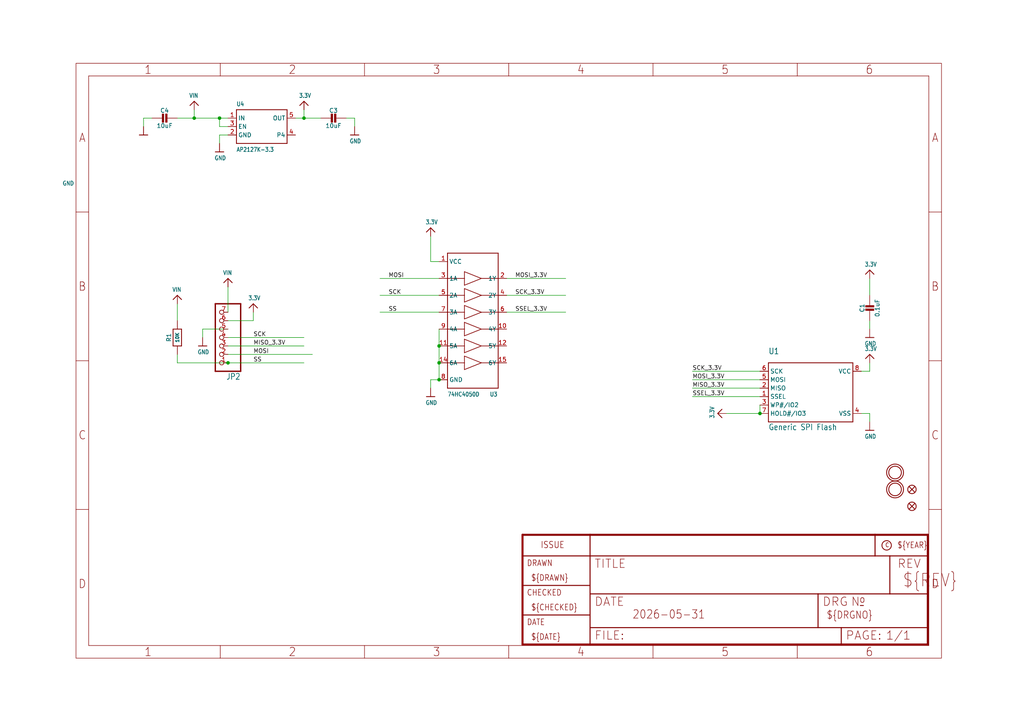
<source format=kicad_sch>
(kicad_sch (version 20230121) (generator eeschema)
  (paper "User" 308.026 217.322)
  (lib_symbols
    (symbol "working-eagle-import:3.3V" (power)
      (property "Value" "3.3V" (at -1.524 1.016 0))
      (symbol "3.3V_1_0"
        (polyline (pts (xy -1.27 -1.27) (xy 0 0)) (stroke (width 0.254)))
        (polyline (pts (xy 0 0) (xy 1.27 -1.27)) (stroke (width 0.254)))
        (pin power_in line (at 0 -2.54 90) (length 2.54) (name "3.3V") (number "1"))
      )
    )
    (symbol "working-eagle-import:74HC4050DTSSOP"
      (property "Reference" "U" (at -7.62 22.86 0))
      (symbol "74HC4050DTSSOP_1_0"
        (polyline (pts (xy -7.62 -20.32) (xy -7.62 20.32)) (stroke (width 0.254)))
        (polyline (pts (xy -7.62 -12.7) (xy -2.54 -12.7)) (stroke (width 0.2032)))
        (polyline (pts (xy -7.62 -7.62) (xy -2.54 -7.62)) (stroke (width 0.2032)))
        (polyline (pts (xy -7.62 -2.54) (xy -2.54 -2.54)) (stroke (width 0.2032)))
        (polyline (pts (xy -7.62 2.54) (xy -2.54 2.54)) (stroke (width 0.2032)))
        (polyline (pts (xy -7.62 7.62) (xy -2.54 7.62)) (stroke (width 0.2032)))
        (polyline (pts (xy -7.62 12.7) (xy -2.54 12.7)) (stroke (width 0.2032)))
        (polyline (pts (xy -7.62 20.32) (xy 7.62 20.32)) (stroke (width 0.254)))
        (polyline (pts (xy -2.54 -14.732) (xy -2.54 -12.7)) (stroke (width 0.2032)))
        (polyline (pts (xy -2.54 -14.732) (xy 2.54 -12.7)) (stroke (width 0.2032)))
        (polyline (pts (xy -2.54 -12.7) (xy -2.54 -10.668)) (stroke (width 0.2032)))
        (polyline (pts (xy -2.54 -9.652) (xy -2.54 -7.62)) (stroke (width 0.2032)))
        (polyline (pts (xy -2.54 -9.652) (xy 2.54 -7.62)) (stroke (width 0.2032)))
        (polyline (pts (xy -2.54 -7.62) (xy -2.54 -5.588)) (stroke (width 0.2032)))
        (polyline (pts (xy -2.54 -4.572) (xy -2.54 -2.54)) (stroke (width 0.2032)))
        (polyline (pts (xy -2.54 -4.572) (xy 2.54 -2.54)) (stroke (width 0.2032)))
        (polyline (pts (xy -2.54 -2.54) (xy -2.54 -0.508)) (stroke (width 0.2032)))
        (polyline (pts (xy -2.54 0.508) (xy -2.54 2.54)) (stroke (width 0.2032)))
        (polyline (pts (xy -2.54 0.508) (xy 2.54 2.54)) (stroke (width 0.2032)))
        (polyline (pts (xy -2.54 2.54) (xy -2.54 4.572)) (stroke (width 0.2032)))
        (polyline (pts (xy -2.54 5.588) (xy -2.54 7.62)) (stroke (width 0.2032)))
        (polyline (pts (xy -2.54 5.588) (xy 2.54 7.62)) (stroke (width 0.2032)))
        (polyline (pts (xy -2.54 7.62) (xy -2.54 9.652)) (stroke (width 0.2032)))
        (polyline (pts (xy -2.54 10.668) (xy -2.54 12.7)) (stroke (width 0.2032)))
        (polyline (pts (xy -2.54 10.668) (xy 2.54 12.7)) (stroke (width 0.2032)))
        (polyline (pts (xy -2.54 12.7) (xy -2.54 14.732)) (stroke (width 0.2032)))
        (polyline (pts (xy 2.54 -12.7) (xy -2.54 -10.668)) (stroke (width 0.2032)))
        (polyline (pts (xy 2.54 -12.7) (xy 7.62 -12.7)) (stroke (width 0.2032)))
        (polyline (pts (xy 2.54 -7.62) (xy -2.54 -5.588)) (stroke (width 0.2032)))
        (polyline (pts (xy 2.54 -7.62) (xy 7.62 -7.62)) (stroke (width 0.2032)))
        (polyline (pts (xy 2.54 -2.54) (xy -2.54 -0.508)) (stroke (width 0.2032)))
        (polyline (pts (xy 2.54 -2.54) (xy 7.62 -2.54)) (stroke (width 0.2032)))
        (polyline (pts (xy 2.54 2.54) (xy -2.54 4.572)) (stroke (width 0.2032)))
        (polyline (pts (xy 2.54 2.54) (xy 7.62 2.54)) (stroke (width 0.2032)))
        (polyline (pts (xy 2.54 7.62) (xy -2.54 9.652)) (stroke (width 0.2032)))
        (polyline (pts (xy 2.54 7.62) (xy 7.62 7.62)) (stroke (width 0.2032)))
        (polyline (pts (xy 2.54 12.7) (xy -2.54 14.732)) (stroke (width 0.2032)))
        (polyline (pts (xy 2.54 12.7) (xy 7.62 12.7)) (stroke (width 0.2032)))
        (polyline (pts (xy 7.62 -20.32) (xy -7.62 -20.32)) (stroke (width 0.254)))
        (polyline (pts (xy 7.62 12.7) (xy 7.62 -20.32)) (stroke (width 0.254)))
        (polyline (pts (xy 7.62 20.32) (xy 7.62 12.7)) (stroke (width 0.254)))
        (pin bidirectional line (at -10.16 17.78 0) (length 2.54) (name "VCC") (number "1"))
        (pin bidirectional line (at 10.16 -2.54 180) (length 2.54) (name "4Y") (number "10"))
        (pin bidirectional line (at -10.16 -7.62 0) (length 2.54) (name "5A") (number "11"))
        (pin bidirectional line (at 10.16 -7.62 180) (length 2.54) (name "5Y") (number "12"))
        (pin bidirectional line (at -10.16 -12.7 0) (length 2.54) (name "6A") (number "14"))
        (pin bidirectional line (at 10.16 -12.7 180) (length 2.54) (name "6Y") (number "15"))
        (pin bidirectional line (at 10.16 12.7 180) (length 2.54) (name "1Y") (number "2"))
        (pin bidirectional line (at -10.16 12.7 0) (length 2.54) (name "1A") (number "3"))
        (pin bidirectional line (at 10.16 7.62 180) (length 2.54) (name "2Y") (number "4"))
        (pin bidirectional line (at -10.16 7.62 0) (length 2.54) (name "2A") (number "5"))
        (pin bidirectional line (at 10.16 2.54 180) (length 2.54) (name "3Y") (number "6"))
        (pin bidirectional line (at -10.16 2.54 0) (length 2.54) (name "3A") (number "7"))
        (pin bidirectional line (at -10.16 -17.78 0) (length 2.54) (name "GND") (number "8"))
        (pin bidirectional line (at -10.16 -2.54 0) (length 2.54) (name "4A") (number "9"))
      )
    )
    (symbol "working-eagle-import:CAP_CERAMIC0603_NO"
      (property "Reference" "C" (at -2.29 1.25 90))
      (symbol "CAP_CERAMIC0603_NO_1_0"
        (rectangle (start -1.27 0.508) (end 1.27 1.016) (fill (type outline)))
        (rectangle (start -1.27 1.524) (end 1.27 2.032) (fill (type outline)))
        (polyline (pts (xy 0 0.762) (xy 0 0)) (stroke (width 0.1524)))
        (polyline (pts (xy 0 2.54) (xy 0 1.778)) (stroke (width 0.1524)))
        (pin passive line (at 0 5.08 270) (length 2.54) (name "1") (number "1"))
        (pin passive line (at 0 -2.54 90) (length 2.54) (name "2") (number "2"))
      )
    )
    (symbol "working-eagle-import:CAP_CERAMIC0805-NOOUTLINE"
      (property "Reference" "C" (at -2.29 1.25 90))
      (symbol "CAP_CERAMIC0805-NOOUTLINE_1_0"
        (rectangle (start -1.27 0.508) (end 1.27 1.016) (fill (type outline)))
        (rectangle (start -1.27 1.524) (end 1.27 2.032) (fill (type outline)))
        (polyline (pts (xy 0 0.762) (xy 0 0)) (stroke (width 0.1524)))
        (polyline (pts (xy 0 2.54) (xy 0 1.778)) (stroke (width 0.1524)))
        (pin passive line (at 0 5.08 270) (length 2.54) (name "1") (number "1"))
        (pin passive line (at 0 -2.54 90) (length 2.54) (name "2") (number "2"))
      )
    )
    (symbol "working-eagle-import:FIDUCIAL_1MM"
      (symbol "FIDUCIAL_1MM_1_0"
        (polyline (pts (xy -0.762 0.762) (xy 0.762 -0.762)) (stroke (width 0.254)))
        (polyline (pts (xy 0.762 0.762) (xy -0.762 -0.762)) (stroke (width 0.254)))
        (circle (center 0 0) (radius 1.27) (stroke (width 0.254)))
      )
    )
    (symbol "working-eagle-import:FRAME_A4"
      (symbol "FRAME_A4_1_0"
        (polyline (pts (xy 0 44.7675) (xy 3.81 44.7675)))
        (polyline (pts (xy 0 89.535) (xy 3.81 89.535)))
        (polyline (pts (xy 0 134.3025) (xy 3.81 134.3025)))
        (polyline (pts (xy 3.81 3.81) (xy 3.81 175.26)))
        (polyline (pts (xy 43.3917 0) (xy 43.3917 3.81)))
        (polyline (pts (xy 43.3917 175.26) (xy 43.3917 179.07)))
        (polyline (pts (xy 86.7833 0) (xy 86.7833 3.81)))
        (polyline (pts (xy 86.7833 175.26) (xy 86.7833 179.07)))
        (polyline (pts (xy 130.175 0) (xy 130.175 3.81)))
        (polyline (pts (xy 130.175 175.26) (xy 130.175 179.07)))
        (polyline (pts (xy 173.5667 0) (xy 173.5667 3.81)))
        (polyline (pts (xy 173.5667 175.26) (xy 173.5667 179.07)))
        (polyline (pts (xy 216.9583 0) (xy 216.9583 3.81)))
        (polyline (pts (xy 216.9583 175.26) (xy 216.9583 179.07)))
        (polyline (pts (xy 256.54 3.81) (xy 3.81 3.81)))
        (polyline (pts (xy 256.54 3.81) (xy 256.54 8.89)) (stroke (width 0.1016)))
        (polyline (pts (xy 256.54 3.81) (xy 256.54 175.26)))
        (polyline (pts (xy 256.54 8.89) (xy 256.54 13.97)) (stroke (width 0.1016)))
        (polyline (pts (xy 256.54 13.97) (xy 256.54 19.05)) (stroke (width 0.1016)))
        (polyline (pts (xy 256.54 19.05) (xy 256.54 36.83)) (stroke (width 0.1016)))
        (polyline (pts (xy 256.54 44.7675) (xy 260.35 44.7675)))
        (polyline (pts (xy 256.54 89.535) (xy 260.35 89.535)))
        (polyline (pts (xy 256.54 134.3025) (xy 260.35 134.3025)))
        (polyline (pts (xy 256.54 175.26) (xy 3.81 175.26)))
        (polyline (pts (xy 0 0) (xy 260.35 0) (xy 260.35 179.07) (xy 0 179.07) (xy 0 0)))
        (text "1" (at 21.6958 1.905 0) (effects (font (size 2.54 2.286))))
        (text "1" (at 21.6958 177.165 0) (effects (font (size 2.54 2.286))))
        (text "2" (at 65.0875 1.905 0) (effects (font (size 2.54 2.286))))
        (text "2" (at 65.0875 177.165 0) (effects (font (size 2.54 2.286))))
        (text "3" (at 108.4792 1.905 0) (effects (font (size 2.54 2.286))))
        (text "3" (at 108.4792 177.165 0) (effects (font (size 2.54 2.286))))
        (text "4" (at 151.8708 1.905 0) (effects (font (size 2.54 2.286))))
        (text "4" (at 151.8708 177.165 0) (effects (font (size 2.54 2.286))))
        (text "5" (at 195.2625 1.905 0) (effects (font (size 2.54 2.286))))
        (text "5" (at 195.2625 177.165 0) (effects (font (size 2.54 2.286))))
        (text "6" (at 238.6542 1.905 0) (effects (font (size 2.54 2.286))))
        (text "6" (at 238.6542 177.165 0) (effects (font (size 2.54 2.286))))
        (text "A" (at 1.905 156.6863 0) (effects (font (size 2.54 2.286))))
        (text "A" (at 258.445 156.6863 0) (effects (font (size 2.54 2.286))))
        (text "B" (at 1.905 111.9188 0) (effects (font (size 2.54 2.286))))
        (text "B" (at 258.445 111.9188 0) (effects (font (size 2.54 2.286))))
        (text "C" (at 1.905 67.1513 0) (effects (font (size 2.54 2.286))))
        (text "C" (at 258.445 67.1513 0) (effects (font (size 2.54 2.286))))
        (text "D" (at 1.905 22.3838 0) (effects (font (size 2.54 2.286))))
        (text "D" (at 258.445 22.3838 0) (effects (font (size 2.54 2.286))))
      )
      (symbol "FRAME_A4_2_0"
        (polyline (pts (xy -0.3048 1.5748) (xy 20.0152 1.5748)) (stroke (width 0.6096)))
        (polyline (pts (xy -0.3048 10.4648) (xy -0.3048 1.5748)) (stroke (width 0.6096)))
        (polyline (pts (xy -0.3048 10.4648) (xy 20.0152 10.4648)) (stroke (width 0.3048)))
        (polyline (pts (xy -0.3048 19.3548) (xy -0.3048 10.4648)) (stroke (width 0.6096)))
        (polyline (pts (xy -0.3048 19.3548) (xy 20.0152 19.3548)) (stroke (width 0.3048)))
        (polyline (pts (xy -0.3048 28.2448) (xy -0.3048 19.3548)) (stroke (width 0.6096)))
        (polyline (pts (xy -0.3048 28.2448) (xy 20.0152 28.2448)) (stroke (width 0.3048)))
        (polyline (pts (xy -0.3048 34.5948) (xy -0.3048 28.2448)) (stroke (width 0.6096)))
        (polyline (pts (xy 20.0152 1.5748) (xy 20.0152 6.6548)) (stroke (width 0.3048)))
        (polyline (pts (xy 20.0152 1.5748) (xy 95.5802 1.5748)) (stroke (width 0.6096)))
        (polyline (pts (xy 20.0152 6.6548) (xy 20.0152 10.4648)) (stroke (width 0.3048)))
        (polyline (pts (xy 20.0152 6.6548) (xy 88.5952 6.6548)) (stroke (width 0.3048)))
        (polyline (pts (xy 20.0152 10.4648) (xy 20.0152 16.8148)) (stroke (width 0.3048)))
        (polyline (pts (xy 20.0152 16.8148) (xy 20.0152 19.3548)) (stroke (width 0.3048)))
        (polyline (pts (xy 20.0152 19.3548) (xy 20.0152 28.2448)) (stroke (width 0.3048)))
        (polyline (pts (xy 20.0152 28.2448) (xy 20.0152 34.5948)) (stroke (width 0.3048)))
        (polyline (pts (xy 20.0152 28.2448) (xy 105.7402 28.2448)) (stroke (width 0.3048)))
        (polyline (pts (xy 20.0152 34.5948) (xy -0.3048 34.5948)) (stroke (width 0.6096)))
        (polyline (pts (xy 88.5952 6.6548) (xy 95.5802 6.6548)) (stroke (width 0.3048)))
        (polyline (pts (xy 88.5952 16.8148) (xy 20.0152 16.8148)) (stroke (width 0.3048)))
        (polyline (pts (xy 88.5952 16.8148) (xy 88.5952 6.6548)) (stroke (width 0.3048)))
        (polyline (pts (xy 95.5802 1.5748) (xy 121.6152 1.5748)) (stroke (width 0.6096)))
        (polyline (pts (xy 95.5802 6.6548) (xy 95.5802 1.5748)) (stroke (width 0.3048)))
        (polyline (pts (xy 95.5802 6.6548) (xy 121.6152 6.6548)) (stroke (width 0.3048)))
        (polyline (pts (xy 101.2952 13.3223) (xy 102.2477 13.3223)) (stroke (width 0.254)))
        (polyline (pts (xy 105.7402 28.2448) (xy 105.7402 34.5948)) (stroke (width 0.3048)))
        (polyline (pts (xy 105.7402 28.2448) (xy 110.1852 28.2448)) (stroke (width 0.3048)))
        (polyline (pts (xy 105.7402 34.5948) (xy 20.0152 34.5948)) (stroke (width 0.6096)))
        (polyline (pts (xy 110.1852 16.8148) (xy 88.5952 16.8148)) (stroke (width 0.3048)))
        (polyline (pts (xy 110.1852 28.2448) (xy 110.1852 16.8148)) (stroke (width 0.3048)))
        (polyline (pts (xy 110.1852 28.2448) (xy 121.6152 28.2448)) (stroke (width 0.3048)))
        (polyline (pts (xy 121.6152 6.6548) (xy 121.6152 1.5748)) (stroke (width 0.6096)))
        (polyline (pts (xy 121.6152 16.8148) (xy 110.1852 16.8148)) (stroke (width 0.3048)))
        (polyline (pts (xy 121.6152 16.8148) (xy 121.6152 6.6548)) (stroke (width 0.6096)))
        (polyline (pts (xy 121.6152 28.2448) (xy 121.6152 16.8148)) (stroke (width 0.6096)))
        (polyline (pts (xy 121.6152 34.5948) (xy 105.7402 34.5948)) (stroke (width 0.6096)))
        (polyline (pts (xy 121.6152 34.5948) (xy 121.6152 28.2448)) (stroke (width 0.6096)))
        (circle (center 109.2327 31.4198) (radius 1.4199) (stroke (width 0.254)))
        (text "${#}/${##}" (at 108.9152 2.8448 0) (effects (font (size 2.54 2.54)) (justify left bottom)))
        (text "${CHECKED}" (at 2.2352 11.7348 0) (effects (font (size 1.778 1.5113)) (justify left bottom)))
        (text "${COMPANY}" (at 23.349 29.6735 0) (effects (font (size 3.175 2.6987) (thickness 0.5397) bold) (justify left bottom)))
        (text "${CURRENT_DATE}" (at 32.7152 9.1948 0) (effects (font (size 2.54 2.159)) (justify left bottom)))
        (text "${DATE}" (at 2.2352 2.8448 0) (effects (font (size 1.778 1.5113)) (justify left bottom)))
        (text "${DRAWN}" (at 2.2352 20.6248 0) (effects (font (size 1.778 1.5113)) (justify left bottom)))
        (text "${DRGNO}" (at 91.1352 9.1948 0) (effects (font (size 2.1844 1.8567)) (justify left bottom)))
        (text "${PROJECTNAME}" (at 33.0327 2.8448 0) (effects (font (size 2.54 2.159)) (justify left bottom)))
        (text "${REV}" (at 113.9952 18.7198 0) (effects (font (size 3.81 3.2385)) (justify left bottom)))
        (text "${YEAR}" (at 112.4077 30.4673 0) (effects (font (size 1.778 1.5113)) (justify left bottom)))
        (text "C" (at 108.7564 30.7848 0) (effects (font (size 1.27 1.0795)) (justify left bottom)))
        (text "CHECKED" (at 0.9652 16.1798 0) (effects (font (size 1.778 1.5113)) (justify left bottom)))
        (text "DATE" (at 0.9652 7.2898 0) (effects (font (size 1.778 1.5113)) (justify left bottom)))
        (text "DATE" (at 21.2852 13.0048 0) (effects (font (size 2.54 2.54)) (justify left bottom)))
        (text "DRAWN" (at 0.9652 25.0698 0) (effects (font (size 1.778 1.5113)) (justify left bottom)))
        (text "DRG" (at 89.8652 13.0048 0) (effects (font (size 2.54 2.54)) (justify left bottom)))
        (text "FILE:" (at 21.2852 2.8448 0) (effects (font (size 2.54 2.54)) (justify left bottom)))
        (text "ISSUE" (at 5.0927 30.4673 0) (effects (font (size 1.9304 1.6408)) (justify left bottom)))
        (text "N" (at 98.4377 13.0048 0) (effects (font (size 2.54 2.54)) (justify left bottom)))
        (text "o" (at 100.9777 13.9573 0) (effects (font (size 2.1844 1.8567)) (justify left bottom)))
        (text "PAGE:" (at 96.8502 2.8448 0) (effects (font (size 2.54 2.54)) (justify left bottom)))
        (text "REV" (at 112.4077 24.4348 0) (effects (font (size 2.54 2.54)) (justify left bottom)))
        (text "TITLE" (at 21.2852 24.4348 0) (effects (font (size 2.54 2.54)) (justify left bottom)))
      )
    )
    (symbol "working-eagle-import:GND" (power)
      (property "Value" "GND" (at -1.524 -2.54 0))
      (symbol "GND_1_0"
        (polyline (pts (xy -1.27 0) (xy 1.27 0)) (stroke (width 0.254)))
        (pin power_in line (at 0 2.54 270) (length 2.54) (name "GND") (number "1"))
      )
    )
    (symbol "working-eagle-import:HEADER-1X770MIL"
      (property "Reference" "JP" (at -6.35 10.795 0))
      (symbol "HEADER-1X770MIL_1_0"
        (polyline (pts (xy -6.35 -10.16) (xy 1.27 -10.16)) (stroke (width 0.4064)))
        (polyline (pts (xy -6.35 10.16) (xy -6.35 -10.16)) (stroke (width 0.4064)))
        (polyline (pts (xy 1.27 -10.16) (xy 1.27 10.16)) (stroke (width 0.4064)))
        (polyline (pts (xy 1.27 10.16) (xy -6.35 10.16)) (stroke (width 0.4064)))
        (pin passive inverted (at -2.54 7.62 0) (length 2.54) (name "1") (number "1"))
        (pin passive inverted (at -2.54 5.08 0) (length 2.54) (name "2") (number "2"))
        (pin passive inverted (at -2.54 2.54 0) (length 2.54) (name "3") (number "3"))
        (pin passive inverted (at -2.54 0 0) (length 2.54) (name "4") (number "4"))
        (pin passive inverted (at -2.54 -2.54 0) (length 2.54) (name "5") (number "5"))
        (pin passive inverted (at -2.54 -5.08 0) (length 2.54) (name "6") (number "6"))
        (pin passive inverted (at -2.54 -7.62 0) (length 2.54) (name "7") (number "7"))
      )
    )
    (symbol "working-eagle-import:MOUNTINGHOLE2.5"
      (symbol "MOUNTINGHOLE2.5_1_0"
        (circle (center 0 0) (radius 1.905) (stroke (width 0.254)))
        (circle (center 0 0) (radius 2.54) (stroke (width 0.254)))
      )
    )
    (symbol "working-eagle-import:RESISTOR_0603_NOOUT"
      (property "Reference" "R" (at 0 2.54 0))
      (symbol "RESISTOR_0603_NOOUT_1_0"
        (polyline (pts (xy -2.54 -1.27) (xy -2.54 1.27)) (stroke (width 0.254)))
        (polyline (pts (xy -2.54 1.27) (xy 2.54 1.27)) (stroke (width 0.254)))
        (polyline (pts (xy 2.54 -1.27) (xy -2.54 -1.27)) (stroke (width 0.254)))
        (polyline (pts (xy 2.54 1.27) (xy 2.54 -1.27)) (stroke (width 0.254)))
        (pin passive line (at -5.08 0 0) (length 2.54) (name "1") (number "1"))
        (pin passive line (at 5.08 0 180) (length 2.54) (name "2") (number "2"))
      )
    )
    (symbol "working-eagle-import:SPIFLASH_8PIN208MIL"
      (property "Reference" "U" (at -12.7 12.7 0))
      (symbol "SPIFLASH_8PIN208MIL_1_0"
        (polyline (pts (xy -12.7 -7.62) (xy -12.7 10.16)) (stroke (width 0.254)))
        (polyline (pts (xy -12.7 10.16) (xy 12.7 10.16)) (stroke (width 0.254)))
        (polyline (pts (xy 12.7 -7.62) (xy -12.7 -7.62)) (stroke (width 0.254)))
        (polyline (pts (xy 12.7 10.16) (xy 12.7 -7.62)) (stroke (width 0.254)))
        (pin bidirectional line (at -15.24 0 0) (length 2.54) (name "SSEL") (number "1"))
        (pin bidirectional line (at -15.24 2.54 0) (length 2.54) (name "MISO") (number "2"))
        (pin bidirectional line (at -15.24 -2.54 0) (length 2.54) (name "WP#/IO2") (number "3"))
        (pin bidirectional line (at 15.24 -5.08 180) (length 2.54) (name "VSS") (number "4"))
        (pin bidirectional line (at -15.24 5.08 0) (length 2.54) (name "MOSI") (number "5"))
        (pin bidirectional line (at -15.24 7.62 0) (length 2.54) (name "SCK") (number "6"))
        (pin bidirectional line (at -15.24 -5.08 0) (length 2.54) (name "HOLD#/IO3") (number "7"))
        (pin bidirectional line (at 15.24 7.62 180) (length 2.54) (name "VCC") (number "8"))
      )
    )
    (symbol "working-eagle-import:VIN" (power)
      (property "Value" "VIN" (at -1.524 1.016 0))
      (symbol "VIN_1_0"
        (polyline (pts (xy -1.27 -1.27) (xy 0 0)) (stroke (width 0.254)))
        (polyline (pts (xy 0 0) (xy 1.27 -1.27)) (stroke (width 0.254)))
        (pin power_in line (at 0 -2.54 90) (length 2.54) (name "VIN") (number "1"))
      )
    )
    (symbol "working-eagle-import:VREG_SOT23-5"
      (property "Reference" "U" (at -7.62 6.096 0))
      (symbol "VREG_SOT23-5_1_0"
        (polyline (pts (xy -7.62 -5.08) (xy -7.62 5.08)) (stroke (width 0.254)))
        (polyline (pts (xy -7.62 5.08) (xy 7.62 5.08)) (stroke (width 0.254)))
        (polyline (pts (xy 7.62 -5.08) (xy -7.62 -5.08)) (stroke (width 0.254)))
        (polyline (pts (xy 7.62 5.08) (xy 7.62 -5.08)) (stroke (width 0.254)))
        (pin power_in line (at -10.16 2.54 0) (length 2.54) (name "IN") (number "1"))
        (pin power_in line (at -10.16 -2.54 0) (length 2.54) (name "GND") (number "2"))
        (pin input line (at -10.16 0 0) (length 2.54) (name "EN") (number "3"))
        (pin bidirectional line (at 10.16 -2.54 180) (length 2.54) (name "P4") (number "4"))
        (pin power_in line (at 10.16 2.54 180) (length 2.54) (name "OUT") (number "5"))
      )
    )
  )
  (junction (at 228.6 124.46))
  (junction (at 58.42 35.56))
  (junction (at 66.04 35.56))
  (junction (at 91.44 35.56))
  (junction (at 132.08 114.3))
  (junction (at 132.08 104.14))
  (junction (at 132.08 109.22))
  (junction (at 68.58 109.22))
  (wire (pts (xy 129.54 78.74) (xy 129.54 71.12)) (stroke (width 0.1524)))
  (wire (pts (xy 68.58 35.56) (xy 66.04 35.56)) (stroke (width 0.1524)))
  (wire (pts (xy 152.4 93.98) (xy 170.18 93.98)) (stroke (width 0.1524)))
  (wire (pts (xy 53.34 96.52) (xy 53.34 91.44)) (stroke (width 0.1524)))
  (wire (pts (xy 132.08 88.9) (xy 114.3 88.9)) (stroke (width 0.1524)))
  (wire (pts (xy 68.58 86.36) (xy 68.58 93.98)) (stroke (width 0.1524)))
  (wire (pts (xy 228.6 111.76) (xy 208.28 111.76)) (stroke (width 0.1524)))
  (wire (pts (xy 68.58 99.06) (xy 60.96 99.06)) (stroke (width 0.1524)))
  (wire (pts (xy 132.08 83.82) (xy 114.3 83.82)) (stroke (width 0.1524)))
  (wire (pts (xy 106.68 35.56) (xy 106.68 38.1)) (stroke (width 0.1524)))
  (wire (pts (xy 261.62 111.76) (xy 261.62 109.22)) (stroke (width 0.1524)))
  (wire (pts (xy 261.62 124.46) (xy 261.62 127)) (stroke (width 0.1524)))
  (wire (pts (xy 104.14 35.56) (xy 106.68 35.56)) (stroke (width 0.1524)))
  (wire (pts (xy 68.58 109.22) (xy 91.44 109.22)) (stroke (width 0.1524)))
  (wire (pts (xy 66.04 38.1) (xy 66.04 35.56)) (stroke (width 0.1524)))
  (wire (pts (xy 132.08 109.22) (xy 132.08 114.3)) (stroke (width 0.1524)))
  (wire (pts (xy 228.6 124.46) (xy 218.44 124.46)) (stroke (width 0.1524)))
  (wire (pts (xy 88.9 35.56) (xy 91.44 35.56)) (stroke (width 0.1524)))
  (wire (pts (xy 60.96 99.06) (xy 60.96 101.6)) (stroke (width 0.1524)))
  (wire (pts (xy 228.6 116.84) (xy 208.28 116.84)) (stroke (width 0.1524)))
  (wire (pts (xy 53.34 109.22) (xy 53.34 106.68)) (stroke (width 0.1524)))
  (wire (pts (xy 132.08 78.74) (xy 129.54 78.74)) (stroke (width 0.1524)))
  (wire (pts (xy 228.6 114.3) (xy 208.28 114.3)) (stroke (width 0.1524)))
  (wire (pts (xy 91.44 35.56) (xy 91.44 33.02)) (stroke (width 0.1524)))
  (wire (pts (xy 132.08 114.3) (xy 129.54 114.3)) (stroke (width 0.1524)))
  (wire (pts (xy 68.58 40.64) (xy 66.04 40.64)) (stroke (width 0.1524)))
  (wire (pts (xy 68.58 104.14) (xy 91.44 104.14)) (stroke (width 0.1524)))
  (wire (pts (xy 66.04 35.56) (xy 58.42 35.56)) (stroke (width 0.1524)))
  (wire (pts (xy 68.58 106.68) (xy 93.98 106.68)) (stroke (width 0.1524)))
  (wire (pts (xy 58.42 35.56) (xy 58.42 33.02)) (stroke (width 0.1524)))
  (wire (pts (xy 259.08 111.76) (xy 261.62 111.76)) (stroke (width 0.1524)))
  (wire (pts (xy 45.72 35.56) (xy 43.18 35.56)) (stroke (width 0.1524)))
  (wire (pts (xy 66.04 40.64) (xy 66.04 43.18)) (stroke (width 0.1524)))
  (wire (pts (xy 259.08 124.46) (xy 261.62 124.46)) (stroke (width 0.1524)))
  (wire (pts (xy 228.6 119.38) (xy 208.28 119.38)) (stroke (width 0.1524)))
  (wire (pts (xy 68.58 101.6) (xy 91.44 101.6)) (stroke (width 0.1524)))
  (wire (pts (xy 68.58 109.22) (xy 53.34 109.22)) (stroke (width 0.1524)))
  (wire (pts (xy 152.4 88.9) (xy 170.18 88.9)) (stroke (width 0.1524)))
  (wire (pts (xy 91.44 35.56) (xy 96.52 35.56)) (stroke (width 0.1524)))
  (wire (pts (xy 58.42 35.56) (xy 53.34 35.56)) (stroke (width 0.1524)))
  (wire (pts (xy 132.08 104.14) (xy 132.08 109.22)) (stroke (width 0.1524)))
  (wire (pts (xy 129.54 114.3) (xy 129.54 116.84)) (stroke (width 0.1524)))
  (wire (pts (xy 261.62 99.06) (xy 261.62 96.52)) (stroke (width 0.1524)))
  (wire (pts (xy 76.2 96.52) (xy 76.2 93.98)) (stroke (width 0.1524)))
  (wire (pts (xy 152.4 83.82) (xy 170.18 83.82)) (stroke (width 0.1524)))
  (wire (pts (xy 261.62 83.82) (xy 261.62 88.9)) (stroke (width 0.1524)))
  (wire (pts (xy 228.6 121.92) (xy 228.6 124.46)) (stroke (width 0.1524)))
  (wire (pts (xy 132.08 93.98) (xy 114.3 93.98)) (stroke (width 0.1524)))
  (wire (pts (xy 43.18 35.56) (xy 43.18 38.1)) (stroke (width 0.1524)))
  (wire (pts (xy 68.58 38.1) (xy 66.04 38.1)) (stroke (width 0.1524)))
  (wire (pts (xy 132.08 99.06) (xy 132.08 104.14)) (stroke (width 0.1524)))
  (wire (pts (xy 68.58 96.52) (xy 76.2 96.52)) (stroke (width 0.1524)))
  (label "SS" (at 76.2 109.22 0) (effects (font (size 1.2446 1.2446))))
  (label "SSEL_3.3V" (at 154.94 93.98 0) (effects (font (size 1.2446 1.2446))))
  (label "MOSI" (at 76.2 106.68 0) (effects (font (size 1.2446 1.2446))))
  (label "MOSI_3.3V" (at 208.28 114.3 0) (effects (font (size 1.2446 1.2446))))
  (label "SCK_3.3V" (at 154.94 88.9 0) (effects (font (size 1.2446 1.2446))))
  (label "MISO_3.3V" (at 76.2 104.14 0) (effects (font (size 1.2446 1.2446))))
  (label "SCK" (at 116.84 88.9 0) (effects (font (size 1.2446 1.2446))))
  (label "SCK" (at 76.2 101.6 0) (effects (font (size 1.2446 1.2446))))
  (label "SS" (at 116.84 93.98 0) (effects (font (size 1.2446 1.2446))))
  (label "MISO_3.3V" (at 208.28 116.84 0) (effects (font (size 1.2446 1.2446))))
  (label "SCK_3.3V" (at 208.28 111.76 0) (effects (font (size 1.2446 1.2446))))
  (label "SSEL_3.3V" (at 208.28 119.38 0) (effects (font (size 1.2446 1.2446))))
  (label "MOSI_3.3V" (at 154.94 83.82 0) (effects (font (size 1.2446 1.2446))))
  (label "MOSI" (at 116.84 83.82 0) (effects (font (size 1.2446 1.2446))))
  (symbol (lib_id "working-eagle-import:GND") (at 129.54 119.38 0) (unit 1)
    (property "Reference" "#U$3" (effects hide))
    (property "Value" "GND" (at 128.016 121.92 0) (effects (font (size 1.27 1.0795)) (justify left bottom)))
  )
  (symbol (lib_id "working-eagle-import:74HC4050DTSSOP") (at 142.24 96.52 0) (unit 1)
    (property "Reference" "U3" (at 147.32 119.38 0) (effects (font (size 1.27 1.0795)) (justify left bottom)))
    (property "Value" "74HC4050D" (at 134.62 119.38 0) (effects (font (size 1.27 1.0795)) (justify left bottom)))
    (property "Footprint" "working:TSSOP16" (effects hide))
  )
  (symbol (lib_id "working-eagle-import:FIDUCIAL_1MM") (at 274.32 147.32 0) (unit 1)
    (property "Reference" "FID3" (effects hide))
    (property "Value" "FIDUCIAL_1MM" (effects hide))
    (property "Footprint" "working:FIDUCIAL_1MM" (effects hide))
  )
  (symbol (lib_id "working-eagle-import:3.3V") (at 91.44 30.48 0) (unit 1)
    (property "Reference" "#U$1" (effects hide))
    (property "Value" "3.3V" (at 89.916 29.464 0) (effects (font (size 1.27 1.0795)) (justify left bottom)))
  )
  (symbol (lib_id "working-eagle-import:FRAME_A4") (at 157.48 195.58 0) (unit 2)
    (property "Reference" "#FRAME1" (effects hide))
    (property "Value" "FRAME_A4" (effects hide))
  )
  (symbol (lib_id "working-eagle-import:HEADER-1X770MIL") (at 66.04 101.6 180) (unit 1)
    (property "Reference" "JP2" (at 72.39 112.395 0) (effects (font (size 1.778 1.5113)) (justify left bottom)))
    (property "Value" "HEADER-1X770MIL" (effects hide))
    (property "Footprint" "working:1X07_ROUND_70" (effects hide))
  )
  (symbol (lib_id "working-eagle-import:3.3V") (at 215.9 124.46 90) (unit 1)
    (property "Reference" "#U$12" (effects hide))
    (property "Value" "3.3V" (at 214.884 125.984 0) (effects (font (size 1.27 1.0795)) (justify left bottom)))
  )
  (symbol (lib_id "working-eagle-import:GND") (at 261.62 101.6 0) (unit 1)
    (property "Reference" "#U$9" (effects hide))
    (property "Value" "GND" (at 260.096 104.14 0) (effects (font (size 1.27 1.0795)) (justify left bottom)))
  )
  (symbol (lib_id "working-eagle-import:VIN") (at 68.58 83.82 0) (unit 1)
    (property "Reference" "#U$15" (effects hide))
    (property "Value" "VIN" (at 67.056 82.804 0) (effects (font (size 1.27 1.0795)) (justify left bottom)))
  )
  (symbol (lib_id "working-eagle-import:3.3V") (at 261.62 81.28 0) (unit 1)
    (property "Reference" "#U$6" (effects hide))
    (property "Value" "3.3V" (at 260.096 80.264 0) (effects (font (size 1.27 1.0795)) (justify left bottom)))
  )
  (symbol (lib_id "working-eagle-import:3.3V") (at 129.54 68.58 0) (unit 1)
    (property "Reference" "#U$20" (effects hide))
    (property "Value" "3.3V" (at 128.016 67.564 0) (effects (font (size 1.27 1.0795)) (justify left bottom)))
  )
  (symbol (lib_id "working-eagle-import:CAP_CERAMIC0805-NOOUTLINE") (at 99.06 35.56 270) (unit 1)
    (property "Reference" "C3" (at 100.31 33.27 90))
    (property "Value" "10uF" (at 100.31 37.86 90))
    (property "Footprint" "working:0805-NO" (effects hide))
  )
  (symbol (lib_id "working-eagle-import:MOUNTINGHOLE2.5") (at 269.24 142.24 0) (unit 1)
    (property "Reference" "U$17" (effects hide))
    (property "Value" "MOUNTINGHOLE2.5" (effects hide))
    (property "Footprint" "working:MOUNTINGHOLE_2.5_PLATED" (effects hide))
  )
  (symbol (lib_id "working-eagle-import:CAP_CERAMIC0805-NOOUTLINE") (at 48.26 35.56 270) (unit 1)
    (property "Reference" "C4" (at 49.51 33.27 90))
    (property "Value" "10uF" (at 49.51 37.86 90))
    (property "Footprint" "working:0805-NO" (effects hide))
  )
  (symbol (lib_id "working-eagle-import:3.3V") (at 76.2 91.44 0) (unit 1)
    (property "Reference" "#U$18" (effects hide))
    (property "Value" "3.3V" (at 74.676 90.424 0) (effects (font (size 1.27 1.0795)) (justify left bottom)))
  )
  (symbol (lib_id "working-eagle-import:CAP_CERAMIC0603_NO") (at 261.62 93.98 0) (unit 1)
    (property "Reference" "C1" (at 259.33 92.73 90))
    (property "Value" "0.1uF" (at 263.92 92.73 90))
    (property "Footprint" "working:0603-NO" (effects hide))
  )
  (symbol (lib_id "working-eagle-import:3.3V") (at 261.62 106.68 0) (unit 1)
    (property "Reference" "#U$7" (effects hide))
    (property "Value" "3.3V" (at 260.096 105.664 0) (effects (font (size 1.27 1.0795)) (justify left bottom)))
  )
  (symbol (lib_id "working-eagle-import:MOUNTINGHOLE2.5") (at 269.24 147.32 0) (unit 1)
    (property "Reference" "U$16" (effects hide))
    (property "Value" "MOUNTINGHOLE2.5" (effects hide))
    (property "Footprint" "working:MOUNTINGHOLE_2.5_PLATED" (effects hide))
  )
  (symbol (lib_id "working-eagle-import:RESISTOR_0603_NOOUT") (at 53.34 101.6 90) (unit 1)
    (property "Reference" "R1" (at 50.8 101.6 0))
    (property "Value" "10K" (at 53.34 101.6 0) (effects (font (size 1.016 1.016) bold)))
    (property "Footprint" "working:0603-NO" (effects hide))
  )
  (symbol (lib_id "working-eagle-import:VIN") (at 58.42 30.48 0) (unit 1)
    (property "Reference" "#U$2" (effects hide))
    (property "Value" "VIN" (at 56.896 29.464 0) (effects (font (size 1.27 1.0795)) (justify left bottom)))
  )
  (symbol (lib_id "working-eagle-import:GND") (at 66.04 45.72 0) (unit 1)
    (property "Reference" "#U$4" (effects hide))
    (property "Value" "GND" (at 64.516 48.26 0) (effects (font (size 1.27 1.0795)) (justify left bottom)))
  )
  (symbol (lib_id "working-eagle-import:GND") (at 261.62 129.54 0) (unit 1)
    (property "Reference" "#U$8" (effects hide))
    (property "Value" "GND" (at 260.096 132.08 0) (effects (font (size 1.27 1.0795)) (justify left bottom)))
  )
  (symbol (lib_id "working-eagle-import:VIN") (at 53.34 88.9 0) (unit 1)
    (property "Reference" "#U$14" (effects hide))
    (property "Value" "VIN" (at 51.816 87.884 0) (effects (font (size 1.27 1.0795)) (justify left bottom)))
  )
  (symbol (lib_id "working-eagle-import:FRAME_A4") (at 22.86 198.12 0) (unit 1)
    (property "Reference" "#FRAME1" (effects hide))
    (property "Value" "FRAME_A4" (effects hide))
  )
  (symbol (lib_id "working-eagle-import:GND") (at 60.96 104.14 0) (unit 1)
    (property "Reference" "#U$5" (effects hide))
    (property "Value" "GND" (at 59.436 106.68 0) (effects (font (size 1.27 1.0795)) (justify left bottom)))
  )
  (symbol (lib_id "working-eagle-import:GND") (at 43.18 40.64 0) (unit 1)
    (property "Reference" "#U$11" (effects hide))
    (property "Value" "GND" (at 18.796 55.88 0) (effects (font (size 1.27 1.0795)) (justify left bottom)))
  )
  (symbol (lib_id "working-eagle-import:VREG_SOT23-5") (at 78.74 38.1 0) (unit 1)
    (property "Reference" "U4" (at 71.12 32.004 0) (effects (font (size 1.27 1.0795)) (justify left bottom)))
    (property "Value" "AP2127K-3.3" (at 71.12 45.72 0) (effects (font (size 1.27 1.0795)) (justify left bottom)))
    (property "Footprint" "working:SOT23-5" (effects hide))
  )
  (symbol (lib_id "working-eagle-import:SPIFLASH_8PIN208MIL") (at 243.84 119.38 0) (unit 1)
    (property "Reference" "U1" (at 231.14 106.68 0) (effects (font (size 1.778 1.5113)) (justify left bottom)))
    (property "Value" "Generic SPI Flash" (at 231.14 129.54 0) (effects (font (size 1.778 1.5113)) (justify left bottom)))
    (property "Footprint" "working:SOIC8_208MIL" (effects hide))
  )
  (symbol (lib_id "working-eagle-import:GND") (at 106.68 40.64 0) (unit 1)
    (property "Reference" "#U$10" (effects hide))
    (property "Value" "GND" (at 105.156 43.18 0) (effects (font (size 1.27 1.0795)) (justify left bottom)))
  )
  (symbol (lib_id "working-eagle-import:FIDUCIAL_1MM") (at 274.32 152.4 0) (unit 1)
    (property "Reference" "FID2" (effects hide))
    (property "Value" "FIDUCIAL_1MM" (effects hide))
    (property "Footprint" "working:FIDUCIAL_1MM" (effects hide))
  )
)
</source>
